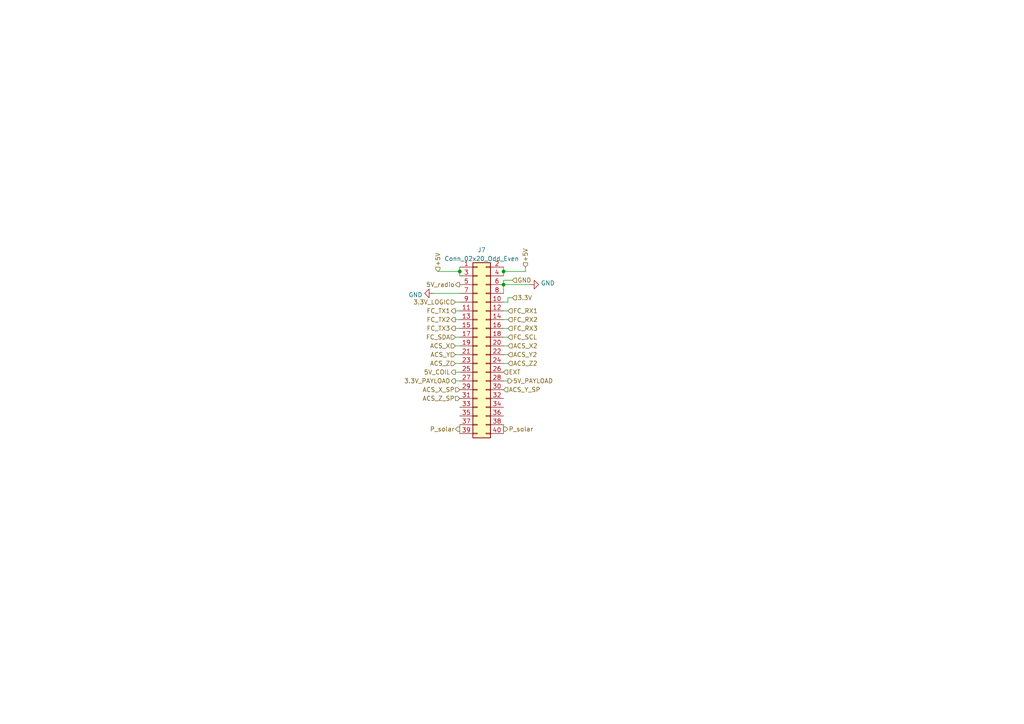
<source format=kicad_sch>
(kicad_sch (version 20211123) (generator eeschema)

  (uuid 57b43c94-0bd6-412c-b618-7087f3f99ff2)

  (paper "A4")

  (title_block
    (title "Board-to-Board Connector")
    (date "2022-12-06")
    (rev "Cainã C.")
    (company "AtomSat")
  )

  (lib_symbols
    (symbol "Connector_Generic:Conn_02x20_Odd_Even" (pin_names (offset 1.016) hide) (in_bom yes) (on_board yes)
      (property "Reference" "J" (id 0) (at 1.27 25.4 0)
        (effects (font (size 1.27 1.27)))
      )
      (property "Value" "Conn_02x20_Odd_Even" (id 1) (at 1.27 -27.94 0)
        (effects (font (size 1.27 1.27)))
      )
      (property "Footprint" "" (id 2) (at 0 0 0)
        (effects (font (size 1.27 1.27)) hide)
      )
      (property "Datasheet" "~" (id 3) (at 0 0 0)
        (effects (font (size 1.27 1.27)) hide)
      )
      (property "ki_keywords" "connector" (id 4) (at 0 0 0)
        (effects (font (size 1.27 1.27)) hide)
      )
      (property "ki_description" "Generic connector, double row, 02x20, odd/even pin numbering scheme (row 1 odd numbers, row 2 even numbers), script generated (kicad-library-utils/schlib/autogen/connector/)" (id 5) (at 0 0 0)
        (effects (font (size 1.27 1.27)) hide)
      )
      (property "ki_fp_filters" "Connector*:*_2x??_*" (id 6) (at 0 0 0)
        (effects (font (size 1.27 1.27)) hide)
      )
      (symbol "Conn_02x20_Odd_Even_1_1"
        (rectangle (start -1.27 -25.273) (end 0 -25.527)
          (stroke (width 0.1524) (type default) (color 0 0 0 0))
          (fill (type none))
        )
        (rectangle (start -1.27 -22.733) (end 0 -22.987)
          (stroke (width 0.1524) (type default) (color 0 0 0 0))
          (fill (type none))
        )
        (rectangle (start -1.27 -20.193) (end 0 -20.447)
          (stroke (width 0.1524) (type default) (color 0 0 0 0))
          (fill (type none))
        )
        (rectangle (start -1.27 -17.653) (end 0 -17.907)
          (stroke (width 0.1524) (type default) (color 0 0 0 0))
          (fill (type none))
        )
        (rectangle (start -1.27 -15.113) (end 0 -15.367)
          (stroke (width 0.1524) (type default) (color 0 0 0 0))
          (fill (type none))
        )
        (rectangle (start -1.27 -12.573) (end 0 -12.827)
          (stroke (width 0.1524) (type default) (color 0 0 0 0))
          (fill (type none))
        )
        (rectangle (start -1.27 -10.033) (end 0 -10.287)
          (stroke (width 0.1524) (type default) (color 0 0 0 0))
          (fill (type none))
        )
        (rectangle (start -1.27 -7.493) (end 0 -7.747)
          (stroke (width 0.1524) (type default) (color 0 0 0 0))
          (fill (type none))
        )
        (rectangle (start -1.27 -4.953) (end 0 -5.207)
          (stroke (width 0.1524) (type default) (color 0 0 0 0))
          (fill (type none))
        )
        (rectangle (start -1.27 -2.413) (end 0 -2.667)
          (stroke (width 0.1524) (type default) (color 0 0 0 0))
          (fill (type none))
        )
        (rectangle (start -1.27 0.127) (end 0 -0.127)
          (stroke (width 0.1524) (type default) (color 0 0 0 0))
          (fill (type none))
        )
        (rectangle (start -1.27 2.667) (end 0 2.413)
          (stroke (width 0.1524) (type default) (color 0 0 0 0))
          (fill (type none))
        )
        (rectangle (start -1.27 5.207) (end 0 4.953)
          (stroke (width 0.1524) (type default) (color 0 0 0 0))
          (fill (type none))
        )
        (rectangle (start -1.27 7.747) (end 0 7.493)
          (stroke (width 0.1524) (type default) (color 0 0 0 0))
          (fill (type none))
        )
        (rectangle (start -1.27 10.287) (end 0 10.033)
          (stroke (width 0.1524) (type default) (color 0 0 0 0))
          (fill (type none))
        )
        (rectangle (start -1.27 12.827) (end 0 12.573)
          (stroke (width 0.1524) (type default) (color 0 0 0 0))
          (fill (type none))
        )
        (rectangle (start -1.27 15.367) (end 0 15.113)
          (stroke (width 0.1524) (type default) (color 0 0 0 0))
          (fill (type none))
        )
        (rectangle (start -1.27 17.907) (end 0 17.653)
          (stroke (width 0.1524) (type default) (color 0 0 0 0))
          (fill (type none))
        )
        (rectangle (start -1.27 20.447) (end 0 20.193)
          (stroke (width 0.1524) (type default) (color 0 0 0 0))
          (fill (type none))
        )
        (rectangle (start -1.27 22.987) (end 0 22.733)
          (stroke (width 0.1524) (type default) (color 0 0 0 0))
          (fill (type none))
        )
        (rectangle (start -1.27 24.13) (end 3.81 -26.67)
          (stroke (width 0.254) (type default) (color 0 0 0 0))
          (fill (type background))
        )
        (rectangle (start 3.81 -25.273) (end 2.54 -25.527)
          (stroke (width 0.1524) (type default) (color 0 0 0 0))
          (fill (type none))
        )
        (rectangle (start 3.81 -22.733) (end 2.54 -22.987)
          (stroke (width 0.1524) (type default) (color 0 0 0 0))
          (fill (type none))
        )
        (rectangle (start 3.81 -20.193) (end 2.54 -20.447)
          (stroke (width 0.1524) (type default) (color 0 0 0 0))
          (fill (type none))
        )
        (rectangle (start 3.81 -17.653) (end 2.54 -17.907)
          (stroke (width 0.1524) (type default) (color 0 0 0 0))
          (fill (type none))
        )
        (rectangle (start 3.81 -15.113) (end 2.54 -15.367)
          (stroke (width 0.1524) (type default) (color 0 0 0 0))
          (fill (type none))
        )
        (rectangle (start 3.81 -12.573) (end 2.54 -12.827)
          (stroke (width 0.1524) (type default) (color 0 0 0 0))
          (fill (type none))
        )
        (rectangle (start 3.81 -10.033) (end 2.54 -10.287)
          (stroke (width 0.1524) (type default) (color 0 0 0 0))
          (fill (type none))
        )
        (rectangle (start 3.81 -7.493) (end 2.54 -7.747)
          (stroke (width 0.1524) (type default) (color 0 0 0 0))
          (fill (type none))
        )
        (rectangle (start 3.81 -4.953) (end 2.54 -5.207)
          (stroke (width 0.1524) (type default) (color 0 0 0 0))
          (fill (type none))
        )
        (rectangle (start 3.81 -2.413) (end 2.54 -2.667)
          (stroke (width 0.1524) (type default) (color 0 0 0 0))
          (fill (type none))
        )
        (rectangle (start 3.81 0.127) (end 2.54 -0.127)
          (stroke (width 0.1524) (type default) (color 0 0 0 0))
          (fill (type none))
        )
        (rectangle (start 3.81 2.667) (end 2.54 2.413)
          (stroke (width 0.1524) (type default) (color 0 0 0 0))
          (fill (type none))
        )
        (rectangle (start 3.81 5.207) (end 2.54 4.953)
          (stroke (width 0.1524) (type default) (color 0 0 0 0))
          (fill (type none))
        )
        (rectangle (start 3.81 7.747) (end 2.54 7.493)
          (stroke (width 0.1524) (type default) (color 0 0 0 0))
          (fill (type none))
        )
        (rectangle (start 3.81 10.287) (end 2.54 10.033)
          (stroke (width 0.1524) (type default) (color 0 0 0 0))
          (fill (type none))
        )
        (rectangle (start 3.81 12.827) (end 2.54 12.573)
          (stroke (width 0.1524) (type default) (color 0 0 0 0))
          (fill (type none))
        )
        (rectangle (start 3.81 15.367) (end 2.54 15.113)
          (stroke (width 0.1524) (type default) (color 0 0 0 0))
          (fill (type none))
        )
        (rectangle (start 3.81 17.907) (end 2.54 17.653)
          (stroke (width 0.1524) (type default) (color 0 0 0 0))
          (fill (type none))
        )
        (rectangle (start 3.81 20.447) (end 2.54 20.193)
          (stroke (width 0.1524) (type default) (color 0 0 0 0))
          (fill (type none))
        )
        (rectangle (start 3.81 22.987) (end 2.54 22.733)
          (stroke (width 0.1524) (type default) (color 0 0 0 0))
          (fill (type none))
        )
        (pin passive line (at -5.08 22.86 0) (length 3.81)
          (name "Pin_1" (effects (font (size 1.27 1.27))))
          (number "1" (effects (font (size 1.27 1.27))))
        )
        (pin passive line (at 7.62 12.7 180) (length 3.81)
          (name "Pin_10" (effects (font (size 1.27 1.27))))
          (number "10" (effects (font (size 1.27 1.27))))
        )
        (pin passive line (at -5.08 10.16 0) (length 3.81)
          (name "Pin_11" (effects (font (size 1.27 1.27))))
          (number "11" (effects (font (size 1.27 1.27))))
        )
        (pin passive line (at 7.62 10.16 180) (length 3.81)
          (name "Pin_12" (effects (font (size 1.27 1.27))))
          (number "12" (effects (font (size 1.27 1.27))))
        )
        (pin passive line (at -5.08 7.62 0) (length 3.81)
          (name "Pin_13" (effects (font (size 1.27 1.27))))
          (number "13" (effects (font (size 1.27 1.27))))
        )
        (pin passive line (at 7.62 7.62 180) (length 3.81)
          (name "Pin_14" (effects (font (size 1.27 1.27))))
          (number "14" (effects (font (size 1.27 1.27))))
        )
        (pin passive line (at -5.08 5.08 0) (length 3.81)
          (name "Pin_15" (effects (font (size 1.27 1.27))))
          (number "15" (effects (font (size 1.27 1.27))))
        )
        (pin passive line (at 7.62 5.08 180) (length 3.81)
          (name "Pin_16" (effects (font (size 1.27 1.27))))
          (number "16" (effects (font (size 1.27 1.27))))
        )
        (pin passive line (at -5.08 2.54 0) (length 3.81)
          (name "Pin_17" (effects (font (size 1.27 1.27))))
          (number "17" (effects (font (size 1.27 1.27))))
        )
        (pin passive line (at 7.62 2.54 180) (length 3.81)
          (name "Pin_18" (effects (font (size 1.27 1.27))))
          (number "18" (effects (font (size 1.27 1.27))))
        )
        (pin passive line (at -5.08 0 0) (length 3.81)
          (name "Pin_19" (effects (font (size 1.27 1.27))))
          (number "19" (effects (font (size 1.27 1.27))))
        )
        (pin passive line (at 7.62 22.86 180) (length 3.81)
          (name "Pin_2" (effects (font (size 1.27 1.27))))
          (number "2" (effects (font (size 1.27 1.27))))
        )
        (pin passive line (at 7.62 0 180) (length 3.81)
          (name "Pin_20" (effects (font (size 1.27 1.27))))
          (number "20" (effects (font (size 1.27 1.27))))
        )
        (pin passive line (at -5.08 -2.54 0) (length 3.81)
          (name "Pin_21" (effects (font (size 1.27 1.27))))
          (number "21" (effects (font (size 1.27 1.27))))
        )
        (pin passive line (at 7.62 -2.54 180) (length 3.81)
          (name "Pin_22" (effects (font (size 1.27 1.27))))
          (number "22" (effects (font (size 1.27 1.27))))
        )
        (pin passive line (at -5.08 -5.08 0) (length 3.81)
          (name "Pin_23" (effects (font (size 1.27 1.27))))
          (number "23" (effects (font (size 1.27 1.27))))
        )
        (pin passive line (at 7.62 -5.08 180) (length 3.81)
          (name "Pin_24" (effects (font (size 1.27 1.27))))
          (number "24" (effects (font (size 1.27 1.27))))
        )
        (pin passive line (at -5.08 -7.62 0) (length 3.81)
          (name "Pin_25" (effects (font (size 1.27 1.27))))
          (number "25" (effects (font (size 1.27 1.27))))
        )
        (pin passive line (at 7.62 -7.62 180) (length 3.81)
          (name "Pin_26" (effects (font (size 1.27 1.27))))
          (number "26" (effects (font (size 1.27 1.27))))
        )
        (pin passive line (at -5.08 -10.16 0) (length 3.81)
          (name "Pin_27" (effects (font (size 1.27 1.27))))
          (number "27" (effects (font (size 1.27 1.27))))
        )
        (pin passive line (at 7.62 -10.16 180) (length 3.81)
          (name "Pin_28" (effects (font (size 1.27 1.27))))
          (number "28" (effects (font (size 1.27 1.27))))
        )
        (pin passive line (at -5.08 -12.7 0) (length 3.81)
          (name "Pin_29" (effects (font (size 1.27 1.27))))
          (number "29" (effects (font (size 1.27 1.27))))
        )
        (pin passive line (at -5.08 20.32 0) (length 3.81)
          (name "Pin_3" (effects (font (size 1.27 1.27))))
          (number "3" (effects (font (size 1.27 1.27))))
        )
        (pin passive line (at 7.62 -12.7 180) (length 3.81)
          (name "Pin_30" (effects (font (size 1.27 1.27))))
          (number "30" (effects (font (size 1.27 1.27))))
        )
        (pin passive line (at -5.08 -15.24 0) (length 3.81)
          (name "Pin_31" (effects (font (size 1.27 1.27))))
          (number "31" (effects (font (size 1.27 1.27))))
        )
        (pin passive line (at 7.62 -15.24 180) (length 3.81)
          (name "Pin_32" (effects (font (size 1.27 1.27))))
          (number "32" (effects (font (size 1.27 1.27))))
        )
        (pin passive line (at -5.08 -17.78 0) (length 3.81)
          (name "Pin_33" (effects (font (size 1.27 1.27))))
          (number "33" (effects (font (size 1.27 1.27))))
        )
        (pin passive line (at 7.62 -17.78 180) (length 3.81)
          (name "Pin_34" (effects (font (size 1.27 1.27))))
          (number "34" (effects (font (size 1.27 1.27))))
        )
        (pin passive line (at -5.08 -20.32 0) (length 3.81)
          (name "Pin_35" (effects (font (size 1.27 1.27))))
          (number "35" (effects (font (size 1.27 1.27))))
        )
        (pin passive line (at 7.62 -20.32 180) (length 3.81)
          (name "Pin_36" (effects (font (size 1.27 1.27))))
          (number "36" (effects (font (size 1.27 1.27))))
        )
        (pin passive line (at -5.08 -22.86 0) (length 3.81)
          (name "Pin_37" (effects (font (size 1.27 1.27))))
          (number "37" (effects (font (size 1.27 1.27))))
        )
        (pin passive line (at 7.62 -22.86 180) (length 3.81)
          (name "Pin_38" (effects (font (size 1.27 1.27))))
          (number "38" (effects (font (size 1.27 1.27))))
        )
        (pin passive line (at -5.08 -25.4 0) (length 3.81)
          (name "Pin_39" (effects (font (size 1.27 1.27))))
          (number "39" (effects (font (size 1.27 1.27))))
        )
        (pin passive line (at 7.62 20.32 180) (length 3.81)
          (name "Pin_4" (effects (font (size 1.27 1.27))))
          (number "4" (effects (font (size 1.27 1.27))))
        )
        (pin passive line (at 7.62 -25.4 180) (length 3.81)
          (name "Pin_40" (effects (font (size 1.27 1.27))))
          (number "40" (effects (font (size 1.27 1.27))))
        )
        (pin passive line (at -5.08 17.78 0) (length 3.81)
          (name "Pin_5" (effects (font (size 1.27 1.27))))
          (number "5" (effects (font (size 1.27 1.27))))
        )
        (pin passive line (at 7.62 17.78 180) (length 3.81)
          (name "Pin_6" (effects (font (size 1.27 1.27))))
          (number "6" (effects (font (size 1.27 1.27))))
        )
        (pin passive line (at -5.08 15.24 0) (length 3.81)
          (name "Pin_7" (effects (font (size 1.27 1.27))))
          (number "7" (effects (font (size 1.27 1.27))))
        )
        (pin passive line (at 7.62 15.24 180) (length 3.81)
          (name "Pin_8" (effects (font (size 1.27 1.27))))
          (number "8" (effects (font (size 1.27 1.27))))
        )
        (pin passive line (at -5.08 12.7 0) (length 3.81)
          (name "Pin_9" (effects (font (size 1.27 1.27))))
          (number "9" (effects (font (size 1.27 1.27))))
        )
      )
    )
    (symbol "power:GND" (power) (pin_names (offset 0)) (in_bom yes) (on_board yes)
      (property "Reference" "#PWR" (id 0) (at 0 -6.35 0)
        (effects (font (size 1.27 1.27)) hide)
      )
      (property "Value" "GND" (id 1) (at 0 -3.81 0)
        (effects (font (size 1.27 1.27)))
      )
      (property "Footprint" "" (id 2) (at 0 0 0)
        (effects (font (size 1.27 1.27)) hide)
      )
      (property "Datasheet" "" (id 3) (at 0 0 0)
        (effects (font (size 1.27 1.27)) hide)
      )
      (property "ki_keywords" "power-flag" (id 4) (at 0 0 0)
        (effects (font (size 1.27 1.27)) hide)
      )
      (property "ki_description" "Power symbol creates a global label with name \"GND\" , ground" (id 5) (at 0 0 0)
        (effects (font (size 1.27 1.27)) hide)
      )
      (symbol "GND_0_1"
        (polyline
          (pts
            (xy 0 0)
            (xy 0 -1.27)
            (xy 1.27 -1.27)
            (xy 0 -2.54)
            (xy -1.27 -1.27)
            (xy 0 -1.27)
          )
          (stroke (width 0) (type default) (color 0 0 0 0))
          (fill (type none))
        )
      )
      (symbol "GND_1_1"
        (pin power_in line (at 0 0 270) (length 0) hide
          (name "GND" (effects (font (size 1.27 1.27))))
          (number "1" (effects (font (size 1.27 1.27))))
        )
      )
    )
  )

  (junction (at 133.35 78.74) (diameter 0) (color 0 0 0 0)
    (uuid 3cddbb17-bfff-45ae-853c-4e64f84118d7)
  )
  (junction (at 146.05 78.74) (diameter 0) (color 0 0 0 0)
    (uuid 9c625f34-8e41-487f-9f9a-8d5e30b1cdaf)
  )
  (junction (at 146.05 82.55) (diameter 0) (color 0 0 0 0)
    (uuid f63982e6-e7c9-4d9e-892c-3ba6f5a076bb)
  )

  (wire (pts (xy 146.05 81.28) (xy 146.05 82.55))
    (stroke (width 0) (type default) (color 0 0 0 0))
    (uuid 04b8ebcb-64bc-4325-9def-7d8414cc9df6)
  )
  (wire (pts (xy 132.08 87.63) (xy 133.35 87.63))
    (stroke (width 0) (type default) (color 0 0 0 0))
    (uuid 12d882e5-6343-4d1b-b43e-1b430602dfc4)
  )
  (wire (pts (xy 132.08 102.87) (xy 133.35 102.87))
    (stroke (width 0) (type default) (color 0 0 0 0))
    (uuid 19c4c840-3d0a-4471-8555-8879101f24f7)
  )
  (wire (pts (xy 146.05 78.74) (xy 152.4 78.74))
    (stroke (width 0) (type default) (color 0 0 0 0))
    (uuid 1adfea1f-a70a-438c-aae0-55d031ba9d7b)
  )
  (wire (pts (xy 146.05 100.33) (xy 147.32 100.33))
    (stroke (width 0) (type default) (color 0 0 0 0))
    (uuid 1b6f272c-b6bc-4f9a-a5cf-378fbc6b4ba5)
  )
  (wire (pts (xy 146.05 102.87) (xy 147.32 102.87))
    (stroke (width 0) (type default) (color 0 0 0 0))
    (uuid 22be3be7-1cf2-4f5a-9286-b7b193fd0ef2)
  )
  (wire (pts (xy 125.73 85.09) (xy 133.35 85.09))
    (stroke (width 0) (type default) (color 0 0 0 0))
    (uuid 2f88b0e8-63bc-4cca-8546-8c28a74ef4d7)
  )
  (wire (pts (xy 146.05 123.19) (xy 146.05 125.73))
    (stroke (width 0) (type default) (color 0 0 0 0))
    (uuid 3ccc2d73-c963-4975-af58-5136f8f457c4)
  )
  (wire (pts (xy 132.08 107.95) (xy 133.35 107.95))
    (stroke (width 0) (type default) (color 0 0 0 0))
    (uuid 556117ad-49db-4a87-9e7a-541227e770b0)
  )
  (wire (pts (xy 148.59 86.36) (xy 147.32 86.36))
    (stroke (width 0) (type default) (color 0 0 0 0))
    (uuid 581b5772-ca25-49e4-b929-29fa1ba38393)
  )
  (wire (pts (xy 127 78.74) (xy 133.35 78.74))
    (stroke (width 0) (type default) (color 0 0 0 0))
    (uuid 658af35d-4531-4972-81b0-d3c25f553966)
  )
  (wire (pts (xy 146.05 82.55) (xy 153.67 82.55))
    (stroke (width 0) (type default) (color 0 0 0 0))
    (uuid 688012f4-37d1-45b1-8366-e8a17e458823)
  )
  (wire (pts (xy 147.32 86.36) (xy 147.32 87.63))
    (stroke (width 0) (type default) (color 0 0 0 0))
    (uuid 79b5412e-7ee9-4df1-b481-b827ed83a442)
  )
  (wire (pts (xy 146.05 90.17) (xy 147.32 90.17))
    (stroke (width 0) (type default) (color 0 0 0 0))
    (uuid 7a65268d-1aaa-46c2-a0cb-63f73fb5f258)
  )
  (wire (pts (xy 132.08 95.25) (xy 133.35 95.25))
    (stroke (width 0) (type default) (color 0 0 0 0))
    (uuid 7d8e7ff2-f88a-4d18-93c6-c6d57d2feb52)
  )
  (wire (pts (xy 132.08 90.17) (xy 133.35 90.17))
    (stroke (width 0) (type default) (color 0 0 0 0))
    (uuid 7ec5295a-36d5-47e8-97a9-9efa6d5dc9ec)
  )
  (wire (pts (xy 146.05 77.47) (xy 146.05 78.74))
    (stroke (width 0) (type default) (color 0 0 0 0))
    (uuid 85f0afa3-0c9f-4991-9c71-ffbc1fdca797)
  )
  (wire (pts (xy 133.35 123.19) (xy 133.35 125.73))
    (stroke (width 0) (type default) (color 0 0 0 0))
    (uuid 93494079-c1a0-4acc-a0e1-6317e92d7eba)
  )
  (wire (pts (xy 132.08 100.33) (xy 133.35 100.33))
    (stroke (width 0) (type default) (color 0 0 0 0))
    (uuid a6e74a1b-a067-4e10-8976-e15591ed78c2)
  )
  (wire (pts (xy 148.59 81.28) (xy 146.05 81.28))
    (stroke (width 0) (type default) (color 0 0 0 0))
    (uuid a9278f34-2aa6-4c96-a3d5-c9cd1b365488)
  )
  (wire (pts (xy 132.08 105.41) (xy 133.35 105.41))
    (stroke (width 0) (type default) (color 0 0 0 0))
    (uuid ac893f68-16c2-4101-9d8f-42c8733ea5b1)
  )
  (wire (pts (xy 133.35 77.47) (xy 133.35 78.74))
    (stroke (width 0) (type default) (color 0 0 0 0))
    (uuid b0b7a33c-bdb7-4007-ba36-2f396ecc7c6a)
  )
  (wire (pts (xy 133.35 78.74) (xy 133.35 80.01))
    (stroke (width 0) (type default) (color 0 0 0 0))
    (uuid b48cdc6f-395c-4c58-b6c6-72e26242cf1c)
  )
  (wire (pts (xy 146.05 97.79) (xy 147.32 97.79))
    (stroke (width 0) (type default) (color 0 0 0 0))
    (uuid bd6f53a8-38fd-4426-8494-88569cfe3153)
  )
  (wire (pts (xy 146.05 95.25) (xy 147.32 95.25))
    (stroke (width 0) (type default) (color 0 0 0 0))
    (uuid c69a1523-5fee-45bc-995e-ab6f317104ba)
  )
  (wire (pts (xy 146.05 78.74) (xy 146.05 80.01))
    (stroke (width 0) (type default) (color 0 0 0 0))
    (uuid d08004f4-d146-457d-a884-bbc3a18f531e)
  )
  (wire (pts (xy 146.05 92.71) (xy 147.32 92.71))
    (stroke (width 0) (type default) (color 0 0 0 0))
    (uuid d65e05c8-065e-4eee-a5f1-b1141c245bc2)
  )
  (wire (pts (xy 152.4 77.47) (xy 152.4 78.74))
    (stroke (width 0) (type default) (color 0 0 0 0))
    (uuid d6addfe0-9b2c-47f3-b634-d4f8718b37f1)
  )
  (wire (pts (xy 132.08 92.71) (xy 133.35 92.71))
    (stroke (width 0) (type default) (color 0 0 0 0))
    (uuid d91e77aa-5f20-4538-bcb7-0a4c9004cd3c)
  )
  (wire (pts (xy 146.05 110.49) (xy 147.32 110.49))
    (stroke (width 0) (type default) (color 0 0 0 0))
    (uuid e20cee18-0fa9-4409-abe2-c9cdb8cdef55)
  )
  (wire (pts (xy 146.05 87.63) (xy 147.32 87.63))
    (stroke (width 0) (type default) (color 0 0 0 0))
    (uuid e417ba4a-49ee-4c33-a036-2c25b2def5a6)
  )
  (wire (pts (xy 146.05 105.41) (xy 147.32 105.41))
    (stroke (width 0) (type default) (color 0 0 0 0))
    (uuid e8a70118-5c16-491c-aa4e-6e3cf3e61ff0)
  )
  (wire (pts (xy 146.05 82.55) (xy 146.05 85.09))
    (stroke (width 0) (type default) (color 0 0 0 0))
    (uuid ee6910ba-584c-43f6-969c-e5fb6f4499e7)
  )
  (wire (pts (xy 132.08 110.49) (xy 133.35 110.49))
    (stroke (width 0) (type default) (color 0 0 0 0))
    (uuid f2a0f2ff-aa44-44c5-9a05-e4c0c422f927)
  )
  (wire (pts (xy 132.08 97.79) (xy 133.35 97.79))
    (stroke (width 0) (type default) (color 0 0 0 0))
    (uuid f81be435-66cc-48b5-92dc-fc4738e1a950)
  )

  (hierarchical_label "+5V" (shape input) (at 127 78.74 90)
    (effects (font (size 1.27 1.27)) (justify left))
    (uuid 04e42082-50ea-461a-ba42-0e8e4d347c81)
  )
  (hierarchical_label "ACS_X2" (shape input) (at 147.32 100.33 0)
    (effects (font (size 1.27 1.27)) (justify left))
    (uuid 071f326e-3a62-4246-aa9a-96a22c8b40f7)
  )
  (hierarchical_label "FC_TX2" (shape output) (at 132.08 92.71 180)
    (effects (font (size 1.27 1.27)) (justify right))
    (uuid 07911c56-5e3e-46b2-8827-e9a4317fd8fb)
  )
  (hierarchical_label "ACS_Z2" (shape input) (at 147.32 105.41 0)
    (effects (font (size 1.27 1.27)) (justify left))
    (uuid 2012ac91-9a28-472e-9836-b47db6fe4e22)
  )
  (hierarchical_label "P_solar" (shape output) (at 133.35 124.46 180)
    (effects (font (size 1.27 1.27)) (justify right))
    (uuid 36406ff8-341e-44e6-811a-db4a7ff7c407)
  )
  (hierarchical_label "ACS_Z_SP" (shape input) (at 133.35 115.57 180)
    (effects (font (size 1.27 1.27)) (justify right))
    (uuid 3ee972e5-9e04-4e54-81b6-cb40be78b575)
  )
  (hierarchical_label "FC_RX3" (shape input) (at 147.32 95.25 0)
    (effects (font (size 1.27 1.27)) (justify left))
    (uuid 3fcc3a33-2534-4226-9e4b-70e20223d990)
  )
  (hierarchical_label "EXT" (shape input) (at 146.05 107.95 0)
    (effects (font (size 1.27 1.27)) (justify left))
    (uuid 43ec4bb5-d76f-4b55-a20a-73fba81bc355)
  )
  (hierarchical_label "ACS_Y_SP" (shape input) (at 146.05 113.03 0)
    (effects (font (size 1.27 1.27)) (justify left))
    (uuid 655e9147-d2b1-4447-b626-036a5e8e9e29)
  )
  (hierarchical_label "GND" (shape input) (at 148.59 81.28 0)
    (effects (font (size 1.27 1.27)) (justify left))
    (uuid 6568504c-517e-4f3d-8d08-aa325a6ab71b)
  )
  (hierarchical_label "ACS_X" (shape input) (at 132.08 100.33 180)
    (effects (font (size 1.27 1.27)) (justify right))
    (uuid 77d41130-7d7c-4f51-bb04-028c1ccb551f)
  )
  (hierarchical_label "5V_COIL" (shape output) (at 132.08 107.95 180)
    (effects (font (size 1.27 1.27)) (justify right))
    (uuid 7868dfe2-6c00-48c5-bee9-75b2befa3f4e)
  )
  (hierarchical_label "P_solar" (shape output) (at 146.05 124.46 0)
    (effects (font (size 1.27 1.27)) (justify left))
    (uuid 788c6f21-a9cc-41a3-bd88-d466d33cc24a)
  )
  (hierarchical_label "ACS_Y2" (shape input) (at 147.32 102.87 0)
    (effects (font (size 1.27 1.27)) (justify left))
    (uuid 7d548b35-6cb7-4591-acc2-b22a9c209ab5)
  )
  (hierarchical_label "3.3V" (shape input) (at 148.59 86.36 0)
    (effects (font (size 1.27 1.27)) (justify left))
    (uuid 7fa8af9f-ff10-494d-b7eb-4d214a7dca8a)
  )
  (hierarchical_label "5V_radio" (shape output) (at 133.35 82.55 180)
    (effects (font (size 1.27 1.27)) (justify right))
    (uuid 9d0ceb5a-4165-40e7-997c-960552c66496)
  )
  (hierarchical_label "ACS_Z" (shape input) (at 132.08 105.41 180)
    (effects (font (size 1.27 1.27)) (justify right))
    (uuid 9d890220-e81e-44e1-8e92-a3bda5969337)
  )
  (hierarchical_label "+5V" (shape input) (at 152.4 77.47 90)
    (effects (font (size 1.27 1.27)) (justify left))
    (uuid 9dd810a6-5a83-412b-95e7-8ff9d41273fc)
  )
  (hierarchical_label "FC_SDA" (shape input) (at 132.08 97.79 180)
    (effects (font (size 1.27 1.27)) (justify right))
    (uuid a45e0cda-390f-435c-b26c-237595d24ceb)
  )
  (hierarchical_label "3.3V_PAYLOAD" (shape output) (at 132.08 110.49 180)
    (effects (font (size 1.27 1.27)) (justify right))
    (uuid a58b0288-c25b-46d1-bc45-71bdae05391b)
  )
  (hierarchical_label "FC_TX1" (shape output) (at 132.08 90.17 180)
    (effects (font (size 1.27 1.27)) (justify right))
    (uuid a8c99d2d-e72a-4538-bbaf-16a917ba2d57)
  )
  (hierarchical_label "ACS_X_SP" (shape input) (at 133.35 113.03 180)
    (effects (font (size 1.27 1.27)) (justify right))
    (uuid aaed90ed-339c-43ee-86d9-34bde287ab67)
  )
  (hierarchical_label "3.3V_LOGIC" (shape input) (at 132.08 87.63 180)
    (effects (font (size 1.27 1.27)) (justify right))
    (uuid ad064e23-db62-44bd-98d9-aad42d4c6f95)
  )
  (hierarchical_label "5V_PAYLOAD" (shape output) (at 147.32 110.49 0)
    (effects (font (size 1.27 1.27)) (justify left))
    (uuid c25fcae7-ff2e-429a-8153-b91ecfcd0814)
  )
  (hierarchical_label "ACS_Y" (shape input) (at 132.08 102.87 180)
    (effects (font (size 1.27 1.27)) (justify right))
    (uuid cce038ab-7eed-4042-ab79-44299b8b68aa)
  )
  (hierarchical_label "FC_SCL" (shape input) (at 147.32 97.79 0)
    (effects (font (size 1.27 1.27)) (justify left))
    (uuid dc5e8a66-f95e-47fb-a1cf-efb07884e6b7)
  )
  (hierarchical_label "FC_RX1" (shape input) (at 147.32 90.17 0)
    (effects (font (size 1.27 1.27)) (justify left))
    (uuid e3b94251-9866-40cb-bc70-550734919e8d)
  )
  (hierarchical_label "FC_TX3" (shape output) (at 132.08 95.25 180)
    (effects (font (size 1.27 1.27)) (justify right))
    (uuid eca3dc76-c5ba-43ae-9160-22f036031c0b)
  )
  (hierarchical_label "FC_RX2" (shape input) (at 147.32 92.71 0)
    (effects (font (size 1.27 1.27)) (justify left))
    (uuid f36e0df7-ea4c-4d7f-b89e-6296dcd6517f)
  )

  (symbol (lib_id "Connector_Generic:Conn_02x20_Odd_Even") (at 138.43 100.33 0) (unit 1)
    (in_bom yes) (on_board yes) (fields_autoplaced)
    (uuid 05fe7546-13fc-40b9-bcff-c1511a45e519)
    (property "Reference" "J7" (id 0) (at 139.7 72.5002 0))
    (property "Value" "Conn_02x20_Odd_Even" (id 1) (at 139.7 75.0371 0))
    (property "Footprint" "Connector_PinHeader_2.54mm:PinHeader_2x20_P2.54mm_Vertical" (id 2) (at 138.43 100.33 0)
      (effects (font (size 1.27 1.27)) hide)
    )
    (property "Datasheet" "~" (id 3) (at 138.43 100.33 0)
      (effects (font (size 1.27 1.27)) hide)
    )
    (pin "1" (uuid 657bef2e-96b8-4d31-9fad-eb483bf6251d))
    (pin "10" (uuid 258d9670-4565-4a3c-a967-1fe59e0cb6f4))
    (pin "11" (uuid c425653f-99f3-480e-9660-36f569e973a5))
    (pin "12" (uuid ea5e2e85-e5d6-4adc-9403-0e2e9270f81a))
    (pin "13" (uuid b4ebba85-4b63-40c5-be8c-f5accc8d73f6))
    (pin "14" (uuid 21ce31ce-58dd-4864-861e-330c73114404))
    (pin "15" (uuid 9bbbac32-3f98-49cc-97a9-af9fd4276311))
    (pin "16" (uuid 96b28464-c275-4cb5-91d3-f7d294aa29e7))
    (pin "17" (uuid 7c862367-1de1-4ea1-ac47-1f4c426e4f44))
    (pin "18" (uuid a85c343a-9792-4c37-9672-fd90a50b98ce))
    (pin "19" (uuid 854c86ae-6e99-4230-b205-70522f59e8d6))
    (pin "2" (uuid da96faf3-b864-4a61-b24d-4553f3a45b5c))
    (pin "20" (uuid 232409d4-9917-4da8-b23c-c54d236d4f4e))
    (pin "21" (uuid 9d7cac8a-3d00-41c8-84d2-dceb74622c3d))
    (pin "22" (uuid 77305cf4-c0df-46d4-ae68-442bbf31e936))
    (pin "23" (uuid 5569a7d0-35ca-467f-8c82-63d695ba0002))
    (pin "24" (uuid e6a9fc63-c243-4185-adfa-e108aa8f37e0))
    (pin "25" (uuid b22ea354-4ed5-41b2-bc41-811a0e87b20e))
    (pin "26" (uuid 55012e37-f6c6-4d72-aaa0-4b61502ad527))
    (pin "27" (uuid c9480279-5863-46a0-ba7b-065953de2994))
    (pin "28" (uuid fde5fb08-8872-4c3d-94bc-7034544d8023))
    (pin "29" (uuid a5015c30-1f67-4aa8-b293-2828c666b75e))
    (pin "3" (uuid 14b3ec27-6940-4c2a-be6b-2df1adc54e5c))
    (pin "30" (uuid f4d1cbfa-905e-4be1-bc09-af58ba4d126c))
    (pin "31" (uuid 9d3de8b4-bcfa-4018-8034-efb81f3b86a5))
    (pin "32" (uuid 248a17fd-c139-40ab-806c-21303895c164))
    (pin "33" (uuid e5bbbae0-aacf-4c5b-b182-dfc86db50baf))
    (pin "34" (uuid 7613b459-6ced-4add-8b65-ea8fe9b704d9))
    (pin "35" (uuid 41433d1e-2d86-475b-b79e-81c751f3e96d))
    (pin "36" (uuid 813fa967-bf2e-446b-899c-754638111131))
    (pin "37" (uuid bbc1d28b-d2ee-419d-b271-24da798ced7b))
    (pin "38" (uuid 9629a409-9624-424c-a582-e2f642201fe2))
    (pin "39" (uuid d0ab04c7-8b2c-46f4-b493-6d1f503cab69))
    (pin "4" (uuid b375a689-e600-48fa-a004-6fc9a769d6c5))
    (pin "40" (uuid 7f214e20-adb8-4dbd-8dd8-5853eea52e26))
    (pin "5" (uuid 52df333d-6c98-4433-8efb-f55ce6f61cc9))
    (pin "6" (uuid 195031ae-4d7f-46ad-be1f-08653da97233))
    (pin "7" (uuid b26b366b-dc24-4c7f-8cba-35f357aa2d33))
    (pin "8" (uuid ef6d9fb4-294f-4322-b005-b205026471c6))
    (pin "9" (uuid 66152fba-562a-4810-b215-273856479149))
  )

  (symbol (lib_id "power:GND") (at 153.67 82.55 90) (unit 1)
    (in_bom yes) (on_board yes) (fields_autoplaced)
    (uuid 70556bce-9738-4c53-91b9-a486d5bd6ff9)
    (property "Reference" "#PWR052" (id 0) (at 160.02 82.55 0)
      (effects (font (size 1.27 1.27)) hide)
    )
    (property "Value" "GND" (id 1) (at 156.8449 82.1162 90)
      (effects (font (size 1.27 1.27)) (justify right))
    )
    (property "Footprint" "" (id 2) (at 153.67 82.55 0)
      (effects (font (size 1.27 1.27)) hide)
    )
    (property "Datasheet" "" (id 3) (at 153.67 82.55 0)
      (effects (font (size 1.27 1.27)) hide)
    )
    (pin "1" (uuid 9ce5ab42-959f-4ef8-b303-6095bdeefbf4))
  )

  (symbol (lib_id "power:GND") (at 125.73 85.09 270) (unit 1)
    (in_bom yes) (on_board yes) (fields_autoplaced)
    (uuid dd18bd90-0db3-4e2d-b66b-4c0e60bd8996)
    (property "Reference" "#PWR049" (id 0) (at 119.38 85.09 0)
      (effects (font (size 1.27 1.27)) hide)
    )
    (property "Value" "GND" (id 1) (at 122.5551 85.5238 90)
      (effects (font (size 1.27 1.27)) (justify right))
    )
    (property "Footprint" "" (id 2) (at 125.73 85.09 0)
      (effects (font (size 1.27 1.27)) hide)
    )
    (property "Datasheet" "" (id 3) (at 125.73 85.09 0)
      (effects (font (size 1.27 1.27)) hide)
    )
    (pin "1" (uuid 82442719-0c2f-4297-a135-5b34307b9c37))
  )
)

</source>
